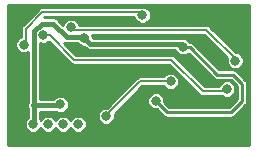
<source format=gbl>
G04 #@! TF.GenerationSoftware,KiCad,Pcbnew,5.0.0-rc3+dfsg1-2*
G04 #@! TF.CreationDate,2018-08-10T14:47:19+09:00*
G04 #@! TF.ProjectId,fst-01,6673742D30312E6B696361645F706362,rev?*
G04 #@! TF.SameCoordinates,PX791ddc0PY5e69114*
G04 #@! TF.FileFunction,Copper,L2,Bot,Signal*
G04 #@! TF.FilePolarity,Positive*
%FSLAX46Y46*%
G04 Gerber Fmt 4.6, Leading zero omitted, Abs format (unit mm)*
G04 Created by KiCad (PCBNEW 5.0.0-rc3+dfsg1-2) date Fri Aug 10 14:47:19 2018*
%MOMM*%
%LPD*%
G01*
G04 APERTURE LIST*
G04 #@! TA.AperFunction,ComponentPad*
%ADD10C,0.800000*%
G04 #@! TD*
G04 #@! TA.AperFunction,ComponentPad*
%ADD11R,0.800000X0.800000*%
G04 #@! TD*
G04 #@! TA.AperFunction,ViaPad*
%ADD12C,0.700000*%
G04 #@! TD*
G04 #@! TA.AperFunction,ViaPad*
%ADD13C,0.800000*%
G04 #@! TD*
G04 #@! TA.AperFunction,Conductor*
%ADD14C,0.200660*%
G04 #@! TD*
G04 #@! TA.AperFunction,Conductor*
%ADD15C,0.381000*%
G04 #@! TD*
G04 #@! TA.AperFunction,Conductor*
%ADD16C,0.400000*%
G04 #@! TD*
G04 #@! TA.AperFunction,Conductor*
%ADD17C,0.250000*%
G04 #@! TD*
G04 #@! TA.AperFunction,Conductor*
%ADD18C,0.248920*%
G04 #@! TD*
G04 APERTURE END LIST*
D10*
G04 #@! TO.P,K1,2*
G04 #@! TO.N,/SWDIO*
X-14732000Y-4178300D03*
G04 #@! TO.P,K1,1*
G04 #@! TO.N,+3V3*
X-16002000Y-4178300D03*
G04 #@! TO.P,K1,3*
G04 #@! TO.N,/SWCLK*
X-13462000Y-4178300D03*
G04 #@! TO.P,K1,4*
G04 #@! TO.N,/NRST*
X-12192000Y-4178300D03*
D11*
G04 #@! TO.P,K1,5*
G04 #@! TO.N,GND*
X-10922000Y-4178300D03*
G04 #@! TD*
D12*
G04 #@! TO.N,GND*
G04 #@! TO.C,J1*
X1200000Y5250000D03*
X1200000Y-5250000D03*
G04 #@! TD*
D13*
G04 #@! TO.N,/D+_PLUG*
X396240Y-1203960D03*
X-15138660Y3353060D03*
G04 #@! TO.N,/D-_PLUG*
X1097280Y1198882D03*
X-12788222Y4023400D03*
G04 #@! TO.N,/NRST*
X-4368109Y-558109D03*
X-9822180Y-3497580D03*
G04 #@! TO.N,GND*
X-8699500Y419100D03*
X-13700000Y-1253500D03*
G04 #@! TO.N,+3V3*
X-3302000Y2362260D03*
X-11658600Y3098800D03*
X-5613400Y-2204720D03*
X-13700000Y-2503500D03*
G04 #@! TO.N,/PA3*
X-6756400Y5054600D03*
X-16789400Y2552700D03*
G04 #@! TD*
D14*
G04 #@! TO.N,/D+_PLUG*
X-14610080Y3350258D02*
X-15067280Y3350258D01*
X360680Y-1259840D02*
X210820Y-1409700D01*
X401320Y-1259840D02*
X360680Y-1259840D01*
X210820Y-1409700D02*
X-1612900Y-1409700D01*
X-1612900Y-1409700D02*
X-4312920Y1290320D01*
X-4312920Y1290320D02*
X-12550142Y1290320D01*
X-12550142Y1290320D02*
X-14610080Y3350258D01*
G04 #@! TO.N,/D-_PLUG*
X1162100Y1301700D02*
X1143000Y1270000D01*
X-1346200Y3810000D02*
X1162100Y1301700D01*
X-12725400Y4064000D02*
X-12471400Y3810000D01*
X-12471400Y3810000D02*
X-1346200Y3810000D01*
G04 #@! TO.N,/NRST*
X-4368800Y-558800D02*
X-4368109Y-558109D01*
X-6962140Y-558800D02*
X-4368800Y-558800D01*
X-9827260Y-3497580D02*
X-9827260Y-3423920D01*
X-9827260Y-3423920D02*
X-6962140Y-558800D01*
G04 #@! TO.N,GND*
X-10932160Y-3270292D02*
X-10932160Y-4216400D01*
X-13398500Y-1397000D02*
X-12904631Y-1297821D01*
X-12904631Y-1297821D02*
X-10932160Y-3270292D01*
D15*
G04 #@! TO.N,+3V3*
X-3555940Y2616200D02*
X-3302000Y2362260D01*
X-11531600Y3187700D02*
X-11511280Y3187700D01*
D16*
X-13150453Y3190240D02*
X-11529060Y3190240D01*
D15*
X-14298533Y4338320D02*
X-13150453Y3190240D01*
D16*
X-11176000Y2616200D02*
X-3555940Y2616200D01*
X-11511280Y3187700D02*
X-11511280Y2951480D01*
X-11511280Y2951480D02*
X-11176000Y2616200D01*
D17*
X736600Y-3164840D02*
X-4678680Y-3164840D01*
X-4678680Y-3164840D02*
X-5613400Y-2230120D01*
X-3302000Y2362260D02*
X-2763580Y2362260D01*
X-5613400Y-2230120D02*
X-5613400Y-2204720D01*
X-416560Y15240D02*
X894080Y15240D01*
X894080Y15240D02*
X1681480Y-772160D01*
X1681480Y-772160D02*
X1681480Y-2219960D01*
X-2763580Y2362260D02*
X-416560Y15240D01*
X1681480Y-2219960D02*
X736600Y-3164840D01*
D16*
X-13804900Y-2590800D02*
X-13690600Y-2476500D01*
X-15989300Y-2590800D02*
X-13804900Y-2590800D01*
X-15285720Y4338320D02*
X-14298533Y4338320D01*
X-15951200Y3672840D02*
X-15285720Y4338320D01*
X-15946120Y-4191000D02*
X-15951200Y-4185920D01*
X-15951200Y-4185920D02*
X-15951200Y3672840D01*
D14*
G04 #@! TO.N,/PA3*
X-7035800Y5308600D02*
X-6756400Y5029200D01*
X-15214600Y5308600D02*
X-7035800Y5308600D01*
X-16624300Y3898900D02*
X-15214600Y5308600D01*
X-16827500Y2476500D02*
X-16624300Y2679700D01*
X-16624300Y2679700D02*
X-16624300Y3898900D01*
G04 #@! TD*
D18*
G04 #@! TO.N,GND*
G36*
X2292350Y-5937250D02*
X-18167350Y-5937250D01*
X-18167350Y2696935D01*
X-17514520Y2696935D01*
X-17514520Y2408465D01*
X-17404127Y2141952D01*
X-17200148Y1937973D01*
X-16933635Y1827580D01*
X-16645165Y1827580D01*
X-16476319Y1897518D01*
X-16476320Y-2374487D01*
X-16483952Y-2385909D01*
X-16524707Y-2590800D01*
X-16483952Y-2795691D01*
X-16476320Y-2807113D01*
X-16476320Y-3627145D01*
X-16616727Y-3767552D01*
X-16727120Y-4034065D01*
X-16727120Y-4322535D01*
X-16616727Y-4589048D01*
X-16412748Y-4793027D01*
X-16146235Y-4903420D01*
X-15857765Y-4903420D01*
X-15591252Y-4793027D01*
X-15387273Y-4589048D01*
X-15367000Y-4540105D01*
X-15346727Y-4589048D01*
X-15142748Y-4793027D01*
X-14876235Y-4903420D01*
X-14587765Y-4903420D01*
X-14321252Y-4793027D01*
X-14117273Y-4589048D01*
X-14097000Y-4540105D01*
X-14076727Y-4589048D01*
X-13872748Y-4793027D01*
X-13606235Y-4903420D01*
X-13317765Y-4903420D01*
X-13051252Y-4793027D01*
X-12847273Y-4589048D01*
X-12827000Y-4540105D01*
X-12806727Y-4589048D01*
X-12602748Y-4793027D01*
X-12336235Y-4903420D01*
X-12047765Y-4903420D01*
X-11781252Y-4793027D01*
X-11577273Y-4589048D01*
X-11466880Y-4322535D01*
X-11466880Y-4034065D01*
X-11577273Y-3767552D01*
X-11781252Y-3563573D01*
X-12047765Y-3453180D01*
X-12336235Y-3453180D01*
X-12602748Y-3563573D01*
X-12806727Y-3767552D01*
X-12827000Y-3816495D01*
X-12847273Y-3767552D01*
X-13051252Y-3563573D01*
X-13317765Y-3453180D01*
X-13606235Y-3453180D01*
X-13872748Y-3563573D01*
X-14076727Y-3767552D01*
X-14097000Y-3816495D01*
X-14117273Y-3767552D01*
X-14321252Y-3563573D01*
X-14587765Y-3453180D01*
X-14876235Y-3453180D01*
X-15142748Y-3563573D01*
X-15346727Y-3767552D01*
X-15367000Y-3816495D01*
X-15387273Y-3767552D01*
X-15426080Y-3728745D01*
X-15426080Y-3353345D01*
X-10547300Y-3353345D01*
X-10547300Y-3641815D01*
X-10436907Y-3908328D01*
X-10232928Y-4112307D01*
X-9966415Y-4222700D01*
X-9677945Y-4222700D01*
X-9411432Y-4112307D01*
X-9207453Y-3908328D01*
X-9097060Y-3641815D01*
X-9097060Y-3353345D01*
X-9114033Y-3312369D01*
X-6785913Y-984250D01*
X-4967443Y-984250D01*
X-4778857Y-1172836D01*
X-4512344Y-1283229D01*
X-4223874Y-1283229D01*
X-3957361Y-1172836D01*
X-3753382Y-968857D01*
X-3642989Y-702344D01*
X-3642989Y-413874D01*
X-3753382Y-147361D01*
X-3957361Y56618D01*
X-4223874Y167011D01*
X-4512344Y167011D01*
X-4778857Y56618D01*
X-4968825Y-133350D01*
X-6920241Y-133350D01*
X-6962140Y-125016D01*
X-7004039Y-133350D01*
X-7004043Y-133350D01*
X-7102399Y-152914D01*
X-7128143Y-158035D01*
X-7233349Y-228332D01*
X-7268872Y-252068D01*
X-7292607Y-287590D01*
X-9777476Y-2772460D01*
X-9966415Y-2772460D01*
X-10232928Y-2882853D01*
X-10436907Y-3086832D01*
X-10547300Y-3353345D01*
X-15426080Y-3353345D01*
X-15426080Y-3115920D01*
X-14113055Y-3115920D01*
X-14110748Y-3118227D01*
X-13844235Y-3228620D01*
X-13555765Y-3228620D01*
X-13289252Y-3118227D01*
X-13085273Y-2914248D01*
X-12974880Y-2647735D01*
X-12974880Y-2359265D01*
X-13085273Y-2092752D01*
X-13289252Y-1888773D01*
X-13555765Y-1778380D01*
X-13844235Y-1778380D01*
X-14110748Y-1888773D01*
X-14287655Y-2065680D01*
X-15426080Y-2065680D01*
X-15426080Y2687249D01*
X-15282895Y2627940D01*
X-14994425Y2627940D01*
X-14727912Y2738333D01*
X-14663872Y2802373D01*
X-12880609Y1019110D01*
X-12856874Y983588D01*
X-12716144Y889555D01*
X-12592045Y864870D01*
X-12592041Y864870D01*
X-12550143Y856536D01*
X-12508245Y864870D01*
X-4489146Y864870D01*
X-1943367Y-1680910D01*
X-1919632Y-1716432D01*
X-1778902Y-1810465D01*
X-1654803Y-1835150D01*
X-1654798Y-1835150D01*
X-1612900Y-1843484D01*
X-1571002Y-1835150D01*
X25237Y-1835150D01*
X252005Y-1929080D01*
X540475Y-1929080D01*
X806988Y-1818687D01*
X1010967Y-1614708D01*
X1121360Y-1348195D01*
X1121360Y-1059725D01*
X1010967Y-793212D01*
X806988Y-589233D01*
X540475Y-478840D01*
X252005Y-478840D01*
X-14508Y-589233D01*
X-218487Y-793212D01*
X-297617Y-984250D01*
X-1436673Y-984250D01*
X-3982451Y1561527D01*
X-4006188Y1597052D01*
X-4146918Y1691085D01*
X-4271017Y1715770D01*
X-4271022Y1715770D01*
X-4312920Y1724104D01*
X-4354818Y1715770D01*
X-12373915Y1715770D01*
X-13353334Y2695188D01*
X-13202170Y2665120D01*
X-13153470Y2665120D01*
X-13150454Y2664520D01*
X-13147438Y2665120D01*
X-12250395Y2665120D01*
X-12069348Y2484073D01*
X-11802835Y2373680D01*
X-11676112Y2373680D01*
X-11583885Y2281453D01*
X-11554590Y2237610D01*
X-11380891Y2121548D01*
X-11227717Y2091080D01*
X-11227716Y2091080D01*
X-11176000Y2080793D01*
X-11124284Y2091080D01*
X-3974538Y2091080D01*
X-3916727Y1951512D01*
X-3712748Y1747533D01*
X-3446235Y1637140D01*
X-3157765Y1637140D01*
X-2891252Y1747533D01*
X-2838335Y1800450D01*
X-766190Y-271695D01*
X-741078Y-309278D01*
X-682891Y-348157D01*
X-592188Y-408763D01*
X-416560Y-443698D01*
X-372230Y-434880D01*
X707635Y-434880D01*
X1231360Y-958605D01*
X1231361Y-2033513D01*
X550155Y-2714720D01*
X-4492235Y-2714720D01*
X-4888280Y-2318675D01*
X-4888280Y-2060485D01*
X-4998673Y-1793972D01*
X-5202652Y-1589993D01*
X-5469165Y-1479600D01*
X-5757635Y-1479600D01*
X-6024148Y-1589993D01*
X-6228127Y-1793972D01*
X-6338520Y-2060485D01*
X-6338520Y-2348955D01*
X-6228127Y-2615468D01*
X-6024148Y-2819447D01*
X-5757635Y-2929840D01*
X-5550245Y-2929840D01*
X-5028310Y-3451775D01*
X-5003198Y-3489358D01*
X-4854308Y-3588843D01*
X-4723011Y-3614960D01*
X-4723007Y-3614960D01*
X-4678680Y-3623777D01*
X-4634353Y-3614960D01*
X692273Y-3614960D01*
X736600Y-3623777D01*
X780927Y-3614960D01*
X780931Y-3614960D01*
X912228Y-3588843D01*
X1061118Y-3489358D01*
X1086230Y-3451775D01*
X1968417Y-2569588D01*
X2005998Y-2544478D01*
X2051420Y-2476500D01*
X2105483Y-2395588D01*
X2114759Y-2348955D01*
X2131600Y-2264291D01*
X2131600Y-2264288D01*
X2140417Y-2219961D01*
X2131600Y-2175634D01*
X2131600Y-816487D01*
X2140417Y-772160D01*
X2131600Y-727833D01*
X2131600Y-727829D01*
X2105483Y-596532D01*
X2005998Y-447642D01*
X1968415Y-422530D01*
X1243709Y302176D01*
X1218598Y339758D01*
X1069708Y439243D01*
X938411Y465360D01*
X938407Y465360D01*
X894080Y474177D01*
X849753Y465360D01*
X-230115Y465360D01*
X-2413950Y2649195D01*
X-2439062Y2686778D01*
X-2587952Y2786263D01*
X-2719249Y2812380D01*
X-2719253Y2812380D01*
X-2728480Y2814215D01*
X-2891252Y2976987D01*
X-3157765Y3087380D01*
X-3315921Y3087380D01*
X-3351049Y3110852D01*
X-3504223Y3141320D01*
X-3552919Y3141320D01*
X-3555940Y3141921D01*
X-3558961Y3141320D01*
X-10933480Y3141320D01*
X-10933480Y3243035D01*
X-10992097Y3384550D01*
X-1522426Y3384550D01*
X415170Y1446953D01*
X372160Y1343117D01*
X372160Y1054647D01*
X482553Y788134D01*
X686532Y584155D01*
X953045Y473762D01*
X1241515Y473762D01*
X1508028Y584155D01*
X1712007Y788134D01*
X1822400Y1054647D01*
X1822400Y1343117D01*
X1712007Y1609630D01*
X1508028Y1813609D01*
X1241515Y1924002D01*
X1141475Y1924002D01*
X-1015732Y4081208D01*
X-1039468Y4116732D01*
X-1180198Y4210765D01*
X-1304297Y4235450D01*
X-1304302Y4235450D01*
X-1346200Y4243784D01*
X-1388098Y4235450D01*
X-12091192Y4235450D01*
X-12173495Y4434148D01*
X-12377474Y4638127D01*
X-12643987Y4748520D01*
X-12932457Y4748520D01*
X-13198970Y4638127D01*
X-13402949Y4434148D01*
X-13479750Y4248733D01*
X-13863591Y4632573D01*
X-13919943Y4716910D01*
X-14093642Y4832972D01*
X-14246816Y4863440D01*
X-14295512Y4863440D01*
X-14298533Y4864041D01*
X-14301554Y4863440D01*
X-15058083Y4863440D01*
X-15038373Y4883150D01*
X-7470247Y4883150D01*
X-7371127Y4643852D01*
X-7167148Y4439873D01*
X-6900635Y4329480D01*
X-6612165Y4329480D01*
X-6345652Y4439873D01*
X-6141673Y4643852D01*
X-6031280Y4910365D01*
X-6031280Y5198835D01*
X-6141673Y5465348D01*
X-6345652Y5669327D01*
X-6612165Y5779720D01*
X-6900635Y5779720D01*
X-7005380Y5736333D01*
X-7035800Y5742384D01*
X-7077698Y5734050D01*
X-15172702Y5734050D01*
X-15214600Y5742384D01*
X-15256498Y5734050D01*
X-15256503Y5734050D01*
X-15380602Y5709365D01*
X-15521332Y5615332D01*
X-15545067Y5579810D01*
X-16895509Y4229367D01*
X-16931031Y4205632D01*
X-16954766Y4170110D01*
X-16954768Y4170108D01*
X-16990432Y4116732D01*
X-17025064Y4064902D01*
X-17044381Y3967787D01*
X-17058084Y3898900D01*
X-17049749Y3856998D01*
X-17049750Y3229724D01*
X-17200148Y3167427D01*
X-17404127Y2963448D01*
X-17514520Y2696935D01*
X-18167350Y2696935D01*
X-18167350Y5937250D01*
X2292351Y5937250D01*
X2292350Y-5937250D01*
X2292350Y-5937250D01*
G37*
X2292350Y-5937250D02*
X-18167350Y-5937250D01*
X-18167350Y2696935D01*
X-17514520Y2696935D01*
X-17514520Y2408465D01*
X-17404127Y2141952D01*
X-17200148Y1937973D01*
X-16933635Y1827580D01*
X-16645165Y1827580D01*
X-16476319Y1897518D01*
X-16476320Y-2374487D01*
X-16483952Y-2385909D01*
X-16524707Y-2590800D01*
X-16483952Y-2795691D01*
X-16476320Y-2807113D01*
X-16476320Y-3627145D01*
X-16616727Y-3767552D01*
X-16727120Y-4034065D01*
X-16727120Y-4322535D01*
X-16616727Y-4589048D01*
X-16412748Y-4793027D01*
X-16146235Y-4903420D01*
X-15857765Y-4903420D01*
X-15591252Y-4793027D01*
X-15387273Y-4589048D01*
X-15367000Y-4540105D01*
X-15346727Y-4589048D01*
X-15142748Y-4793027D01*
X-14876235Y-4903420D01*
X-14587765Y-4903420D01*
X-14321252Y-4793027D01*
X-14117273Y-4589048D01*
X-14097000Y-4540105D01*
X-14076727Y-4589048D01*
X-13872748Y-4793027D01*
X-13606235Y-4903420D01*
X-13317765Y-4903420D01*
X-13051252Y-4793027D01*
X-12847273Y-4589048D01*
X-12827000Y-4540105D01*
X-12806727Y-4589048D01*
X-12602748Y-4793027D01*
X-12336235Y-4903420D01*
X-12047765Y-4903420D01*
X-11781252Y-4793027D01*
X-11577273Y-4589048D01*
X-11466880Y-4322535D01*
X-11466880Y-4034065D01*
X-11577273Y-3767552D01*
X-11781252Y-3563573D01*
X-12047765Y-3453180D01*
X-12336235Y-3453180D01*
X-12602748Y-3563573D01*
X-12806727Y-3767552D01*
X-12827000Y-3816495D01*
X-12847273Y-3767552D01*
X-13051252Y-3563573D01*
X-13317765Y-3453180D01*
X-13606235Y-3453180D01*
X-13872748Y-3563573D01*
X-14076727Y-3767552D01*
X-14097000Y-3816495D01*
X-14117273Y-3767552D01*
X-14321252Y-3563573D01*
X-14587765Y-3453180D01*
X-14876235Y-3453180D01*
X-15142748Y-3563573D01*
X-15346727Y-3767552D01*
X-15367000Y-3816495D01*
X-15387273Y-3767552D01*
X-15426080Y-3728745D01*
X-15426080Y-3353345D01*
X-10547300Y-3353345D01*
X-10547300Y-3641815D01*
X-10436907Y-3908328D01*
X-10232928Y-4112307D01*
X-9966415Y-4222700D01*
X-9677945Y-4222700D01*
X-9411432Y-4112307D01*
X-9207453Y-3908328D01*
X-9097060Y-3641815D01*
X-9097060Y-3353345D01*
X-9114033Y-3312369D01*
X-6785913Y-984250D01*
X-4967443Y-984250D01*
X-4778857Y-1172836D01*
X-4512344Y-1283229D01*
X-4223874Y-1283229D01*
X-3957361Y-1172836D01*
X-3753382Y-968857D01*
X-3642989Y-702344D01*
X-3642989Y-413874D01*
X-3753382Y-147361D01*
X-3957361Y56618D01*
X-4223874Y167011D01*
X-4512344Y167011D01*
X-4778857Y56618D01*
X-4968825Y-133350D01*
X-6920241Y-133350D01*
X-6962140Y-125016D01*
X-7004039Y-133350D01*
X-7004043Y-133350D01*
X-7102399Y-152914D01*
X-7128143Y-158035D01*
X-7233349Y-228332D01*
X-7268872Y-252068D01*
X-7292607Y-287590D01*
X-9777476Y-2772460D01*
X-9966415Y-2772460D01*
X-10232928Y-2882853D01*
X-10436907Y-3086832D01*
X-10547300Y-3353345D01*
X-15426080Y-3353345D01*
X-15426080Y-3115920D01*
X-14113055Y-3115920D01*
X-14110748Y-3118227D01*
X-13844235Y-3228620D01*
X-13555765Y-3228620D01*
X-13289252Y-3118227D01*
X-13085273Y-2914248D01*
X-12974880Y-2647735D01*
X-12974880Y-2359265D01*
X-13085273Y-2092752D01*
X-13289252Y-1888773D01*
X-13555765Y-1778380D01*
X-13844235Y-1778380D01*
X-14110748Y-1888773D01*
X-14287655Y-2065680D01*
X-15426080Y-2065680D01*
X-15426080Y2687249D01*
X-15282895Y2627940D01*
X-14994425Y2627940D01*
X-14727912Y2738333D01*
X-14663872Y2802373D01*
X-12880609Y1019110D01*
X-12856874Y983588D01*
X-12716144Y889555D01*
X-12592045Y864870D01*
X-12592041Y864870D01*
X-12550143Y856536D01*
X-12508245Y864870D01*
X-4489146Y864870D01*
X-1943367Y-1680910D01*
X-1919632Y-1716432D01*
X-1778902Y-1810465D01*
X-1654803Y-1835150D01*
X-1654798Y-1835150D01*
X-1612900Y-1843484D01*
X-1571002Y-1835150D01*
X25237Y-1835150D01*
X252005Y-1929080D01*
X540475Y-1929080D01*
X806988Y-1818687D01*
X1010967Y-1614708D01*
X1121360Y-1348195D01*
X1121360Y-1059725D01*
X1010967Y-793212D01*
X806988Y-589233D01*
X540475Y-478840D01*
X252005Y-478840D01*
X-14508Y-589233D01*
X-218487Y-793212D01*
X-297617Y-984250D01*
X-1436673Y-984250D01*
X-3982451Y1561527D01*
X-4006188Y1597052D01*
X-4146918Y1691085D01*
X-4271017Y1715770D01*
X-4271022Y1715770D01*
X-4312920Y1724104D01*
X-4354818Y1715770D01*
X-12373915Y1715770D01*
X-13353334Y2695188D01*
X-13202170Y2665120D01*
X-13153470Y2665120D01*
X-13150454Y2664520D01*
X-13147438Y2665120D01*
X-12250395Y2665120D01*
X-12069348Y2484073D01*
X-11802835Y2373680D01*
X-11676112Y2373680D01*
X-11583885Y2281453D01*
X-11554590Y2237610D01*
X-11380891Y2121548D01*
X-11227717Y2091080D01*
X-11227716Y2091080D01*
X-11176000Y2080793D01*
X-11124284Y2091080D01*
X-3974538Y2091080D01*
X-3916727Y1951512D01*
X-3712748Y1747533D01*
X-3446235Y1637140D01*
X-3157765Y1637140D01*
X-2891252Y1747533D01*
X-2838335Y1800450D01*
X-766190Y-271695D01*
X-741078Y-309278D01*
X-682891Y-348157D01*
X-592188Y-408763D01*
X-416560Y-443698D01*
X-372230Y-434880D01*
X707635Y-434880D01*
X1231360Y-958605D01*
X1231361Y-2033513D01*
X550155Y-2714720D01*
X-4492235Y-2714720D01*
X-4888280Y-2318675D01*
X-4888280Y-2060485D01*
X-4998673Y-1793972D01*
X-5202652Y-1589993D01*
X-5469165Y-1479600D01*
X-5757635Y-1479600D01*
X-6024148Y-1589993D01*
X-6228127Y-1793972D01*
X-6338520Y-2060485D01*
X-6338520Y-2348955D01*
X-6228127Y-2615468D01*
X-6024148Y-2819447D01*
X-5757635Y-2929840D01*
X-5550245Y-2929840D01*
X-5028310Y-3451775D01*
X-5003198Y-3489358D01*
X-4854308Y-3588843D01*
X-4723011Y-3614960D01*
X-4723007Y-3614960D01*
X-4678680Y-3623777D01*
X-4634353Y-3614960D01*
X692273Y-3614960D01*
X736600Y-3623777D01*
X780927Y-3614960D01*
X780931Y-3614960D01*
X912228Y-3588843D01*
X1061118Y-3489358D01*
X1086230Y-3451775D01*
X1968417Y-2569588D01*
X2005998Y-2544478D01*
X2051420Y-2476500D01*
X2105483Y-2395588D01*
X2114759Y-2348955D01*
X2131600Y-2264291D01*
X2131600Y-2264288D01*
X2140417Y-2219961D01*
X2131600Y-2175634D01*
X2131600Y-816487D01*
X2140417Y-772160D01*
X2131600Y-727833D01*
X2131600Y-727829D01*
X2105483Y-596532D01*
X2005998Y-447642D01*
X1968415Y-422530D01*
X1243709Y302176D01*
X1218598Y339758D01*
X1069708Y439243D01*
X938411Y465360D01*
X938407Y465360D01*
X894080Y474177D01*
X849753Y465360D01*
X-230115Y465360D01*
X-2413950Y2649195D01*
X-2439062Y2686778D01*
X-2587952Y2786263D01*
X-2719249Y2812380D01*
X-2719253Y2812380D01*
X-2728480Y2814215D01*
X-2891252Y2976987D01*
X-3157765Y3087380D01*
X-3315921Y3087380D01*
X-3351049Y3110852D01*
X-3504223Y3141320D01*
X-3552919Y3141320D01*
X-3555940Y3141921D01*
X-3558961Y3141320D01*
X-10933480Y3141320D01*
X-10933480Y3243035D01*
X-10992097Y3384550D01*
X-1522426Y3384550D01*
X415170Y1446953D01*
X372160Y1343117D01*
X372160Y1054647D01*
X482553Y788134D01*
X686532Y584155D01*
X953045Y473762D01*
X1241515Y473762D01*
X1508028Y584155D01*
X1712007Y788134D01*
X1822400Y1054647D01*
X1822400Y1343117D01*
X1712007Y1609630D01*
X1508028Y1813609D01*
X1241515Y1924002D01*
X1141475Y1924002D01*
X-1015732Y4081208D01*
X-1039468Y4116732D01*
X-1180198Y4210765D01*
X-1304297Y4235450D01*
X-1304302Y4235450D01*
X-1346200Y4243784D01*
X-1388098Y4235450D01*
X-12091192Y4235450D01*
X-12173495Y4434148D01*
X-12377474Y4638127D01*
X-12643987Y4748520D01*
X-12932457Y4748520D01*
X-13198970Y4638127D01*
X-13402949Y4434148D01*
X-13479750Y4248733D01*
X-13863591Y4632573D01*
X-13919943Y4716910D01*
X-14093642Y4832972D01*
X-14246816Y4863440D01*
X-14295512Y4863440D01*
X-14298533Y4864041D01*
X-14301554Y4863440D01*
X-15058083Y4863440D01*
X-15038373Y4883150D01*
X-7470247Y4883150D01*
X-7371127Y4643852D01*
X-7167148Y4439873D01*
X-6900635Y4329480D01*
X-6612165Y4329480D01*
X-6345652Y4439873D01*
X-6141673Y4643852D01*
X-6031280Y4910365D01*
X-6031280Y5198835D01*
X-6141673Y5465348D01*
X-6345652Y5669327D01*
X-6612165Y5779720D01*
X-6900635Y5779720D01*
X-7005380Y5736333D01*
X-7035800Y5742384D01*
X-7077698Y5734050D01*
X-15172702Y5734050D01*
X-15214600Y5742384D01*
X-15256498Y5734050D01*
X-15256503Y5734050D01*
X-15380602Y5709365D01*
X-15521332Y5615332D01*
X-15545067Y5579810D01*
X-16895509Y4229367D01*
X-16931031Y4205632D01*
X-16954766Y4170110D01*
X-16954768Y4170108D01*
X-16990432Y4116732D01*
X-17025064Y4064902D01*
X-17044381Y3967787D01*
X-17058084Y3898900D01*
X-17049749Y3856998D01*
X-17049750Y3229724D01*
X-17200148Y3167427D01*
X-17404127Y2963448D01*
X-17514520Y2696935D01*
X-18167350Y2696935D01*
X-18167350Y5937250D01*
X2292351Y5937250D01*
X2292350Y-5937250D01*
G04 #@! TD*
M02*

</source>
